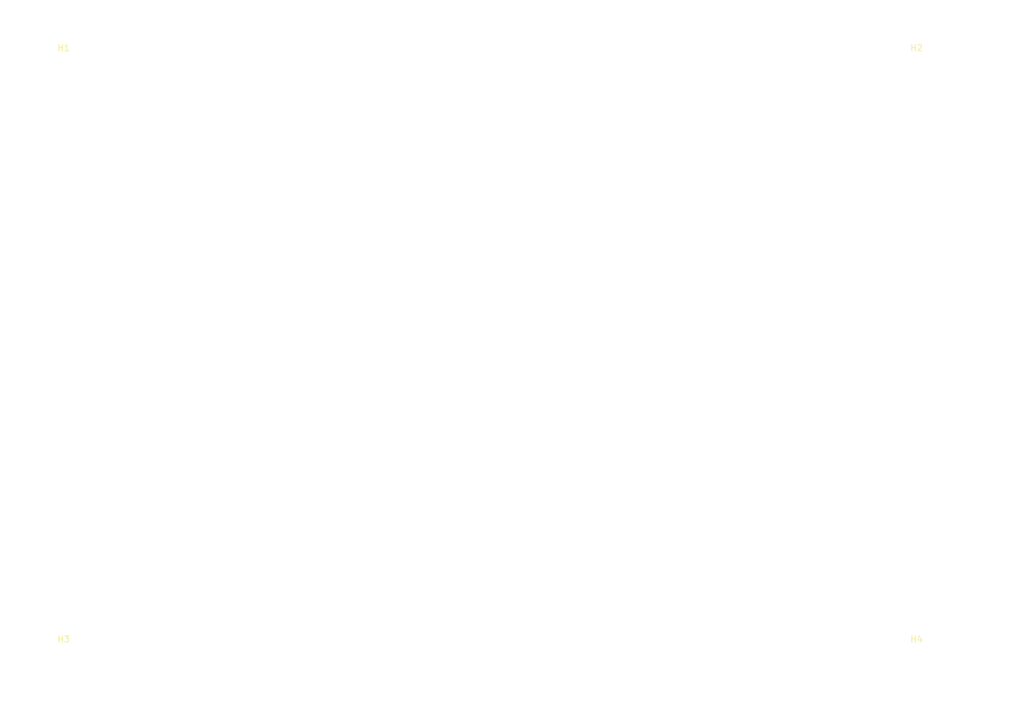
<source format=kicad_pcb>
(kicad_pcb (version 20210228) (generator pcbnew)
  (title_block (title "Enter Title On Page Setting Dialog") (rev "1") (company "KiCAD"))
  (layers (0 "F.Cu" signal) (31 "B.Cu" signal) (34 "B.Paste" user) (35 "F.Paste" user) (36 "B.SilkS" user "B.Silkscreen") (37 "F.SilkS" user "F.Silkscreen") (38 "B.Mask" user) (39 "F.Mask" user) (44 "Edge.Cuts" user))
  (net 0 "")
  (footprint "MountingHole:MountingHole_3.2mm_M3" (layer "F.Cu") (at 67.7 43.5)
    (fp_text reference "H1" (at 5.16 -0.205) (layer "F.SilkS"))
    (fp_text value "MountingHole")
    (pad "1" np_thru_hole circle (at 0 0) (size 3.2 3.2) (drill 3.2) (layers *.Cu *.Mask))
  )
  (footprint "MountingHole:MountingHole_3.2mm_M3" (layer "F.Cu") (at 216.7 43.5)
    (fp_text reference "H2" (at -5.26 -0.205) (layer "F.SilkS"))
    (fp_text value "MountingHole")
    (pad "1" np_thru_hole circle (at 0 0) (size 3.2 3.2) (drill 3.2) (layers *.Cu *.Mask))
  )
  (footprint "MountingHole:MountingHole_3.2mm_M3" (layer "F.Cu") (at 67.7 139.5)
    (fp_text reference "H3" (at 5.16 -0.08) (layer "F.SilkS"))
    (fp_text value "MountingHole")
    (pad "1" np_thru_hole circle (at 0 0) (size 3.2 3.2) (drill 3.2) (layers *.Cu *.Mask))
  )
  (footprint "MountingHole:MountingHole_3.2mm_M3" (layer "F.Cu") (at 216.7 139.5)
    (fp_text reference "H4" (at -5.26 -0.08) (layer "F.SilkS"))
    (fp_text value "MountingHole")
    (pad "1" np_thru_hole circle (at 0 0) (size 3.2 3.2) (drill 3.2) (layers *.Cu *.Mask))
  )
  (gr_line (start 62.7 38.5) (end 62.7 143.5) (layer "Edge.Cuts") (width 0.00254))
  (gr_line (start 62.7 143.5) (end 221.7 143.5) (layer "Edge.Cuts") (width 0.00254))
  (gr_line (start 221.7 38.5) (end 62.7 38.5) (layer "Edge.Cuts") (width 0.00254))
  (gr_line (start 221.7 38.5) (end 221.7 143.5) (layer "Edge.Cuts") (width 0.00254))
)
</source>
